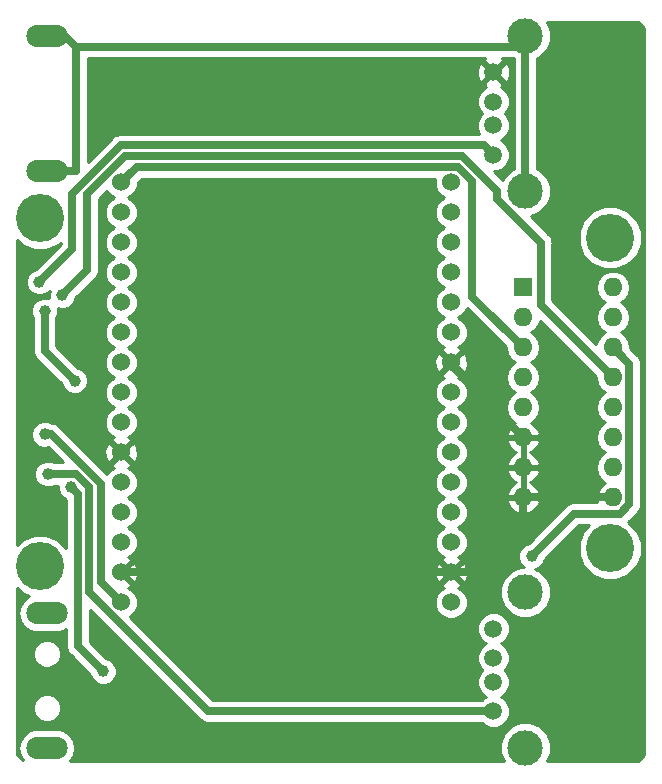
<source format=gbr>
G04 #@! TF.GenerationSoftware,KiCad,Pcbnew,(5.0.1)-4*
G04 #@! TF.CreationDate,2018-12-13T19:21:25-06:00*
G04 #@! TF.ProjectId,ExpansionUSB,457870616E73696F6E5553422E6B6963,rev?*
G04 #@! TF.SameCoordinates,Original*
G04 #@! TF.FileFunction,Copper,L2,Bot,Signal*
G04 #@! TF.FilePolarity,Positive*
%FSLAX46Y46*%
G04 Gerber Fmt 4.6, Leading zero omitted, Abs format (unit mm)*
G04 Created by KiCad (PCBNEW (5.0.1)-4) date 13/12/2018 19:21:25*
%MOMM*%
%LPD*%
G01*
G04 APERTURE LIST*
G04 #@! TA.AperFunction,ComponentPad*
%ADD10O,3.500000X1.900000*%
G04 #@! TD*
G04 #@! TA.AperFunction,ComponentPad*
%ADD11C,1.501140*%
G04 #@! TD*
G04 #@! TA.AperFunction,ComponentPad*
%ADD12C,2.999740*%
G04 #@! TD*
G04 #@! TA.AperFunction,ComponentPad*
%ADD13C,1.524000*%
G04 #@! TD*
G04 #@! TA.AperFunction,ComponentPad*
%ADD14O,1.600000X1.600000*%
G04 #@! TD*
G04 #@! TA.AperFunction,ComponentPad*
%ADD15R,1.600000X1.600000*%
G04 #@! TD*
G04 #@! TA.AperFunction,ComponentPad*
%ADD16C,4.064000*%
G04 #@! TD*
G04 #@! TA.AperFunction,ViaPad*
%ADD17C,1.000000*%
G04 #@! TD*
G04 #@! TA.AperFunction,Conductor*
%ADD18C,0.700000*%
G04 #@! TD*
G04 #@! TA.AperFunction,Conductor*
%ADD19C,0.254000*%
G04 #@! TD*
G04 APERTURE END LIST*
D10*
G04 #@! TO.P,J1,5*
G04 #@! TO.N,Net-(J1-Pad5)*
X117014000Y-79634300D03*
X117014000Y-68234300D03*
G04 #@! TD*
D11*
G04 #@! TO.P,J2,4*
G04 #@! TO.N,GND*
X154817680Y-71277480D03*
G04 #@! TO.P,J2,3*
G04 #@! TO.N,N/C*
X154817680Y-73776840D03*
G04 #@! TO.P,J2,2*
X154817680Y-75778360D03*
G04 #@! TO.P,J2,1*
G04 #@! TO.N,Net-(J2-Pad1)*
X154817680Y-78277720D03*
D12*
G04 #@! TO.P,J2,5*
G04 #@! TO.N,Net-(J1-Pad5)*
X157527860Y-68206620D03*
X157527860Y-81348580D03*
G04 #@! TD*
G04 #@! TO.P,J4,5*
G04 #@! TO.N,Net-(J3-Pad5)*
X157527860Y-128465980D03*
X157527860Y-115324020D03*
D11*
G04 #@! TO.P,J4,1*
G04 #@! TO.N,Net-(J4-Pad1)*
X154817680Y-125395120D03*
G04 #@! TO.P,J4,2*
G04 #@! TO.N,N/C*
X154817680Y-122895760D03*
G04 #@! TO.P,J4,3*
X154817680Y-120894240D03*
G04 #@! TO.P,J4,4*
G04 #@! TO.N,Net-(J3-Pad4)*
X154817680Y-118394880D03*
G04 #@! TD*
D13*
G04 #@! TO.P,U2,1*
G04 #@! TO.N,Net-(U2-Pad1)*
X123292000Y-80620000D03*
G04 #@! TO.P,U2,2*
G04 #@! TO.N,N/C*
X123292000Y-83160000D03*
G04 #@! TO.P,U2,3*
X123292000Y-85700000D03*
G04 #@! TO.P,U2,4*
X123292000Y-88240000D03*
G04 #@! TO.P,U2,5*
X123292000Y-90780000D03*
G04 #@! TO.P,U2,6*
X123292000Y-93320000D03*
G04 #@! TO.P,U2,7*
X123292000Y-95860000D03*
G04 #@! TO.P,U2,8*
X123292000Y-98400000D03*
G04 #@! TO.P,U2,9*
X123292000Y-100940000D03*
G04 #@! TO.P,U2,10*
G04 #@! TO.N,GND*
X123292000Y-103480000D03*
G04 #@! TO.P,U2,11*
G04 #@! TO.N,N/C*
X123292000Y-106020000D03*
G04 #@! TO.P,U2,12*
X123292000Y-108560000D03*
G04 #@! TO.P,U2,13*
X123292000Y-111100000D03*
G04 #@! TO.P,U2,14*
G04 #@! TO.N,GND*
X123292000Y-113640000D03*
G04 #@! TO.P,U2,15*
G04 #@! TO.N,+5V*
X123292000Y-116180000D03*
G04 #@! TO.P,U2,16*
G04 #@! TO.N,N/C*
X151232000Y-116180000D03*
G04 #@! TO.P,U2,17*
G04 #@! TO.N,GND*
X151232000Y-113640000D03*
G04 #@! TO.P,U2,18*
G04 #@! TO.N,N/C*
X151232000Y-111100000D03*
G04 #@! TO.P,U2,19*
X151232000Y-108560000D03*
G04 #@! TO.P,U2,20*
X151232000Y-106020000D03*
G04 #@! TO.P,U2,21*
X151232000Y-103480000D03*
G04 #@! TO.P,U2,22*
X151232000Y-100940000D03*
G04 #@! TO.P,U2,23*
X151232000Y-98400000D03*
G04 #@! TO.P,U2,24*
G04 #@! TO.N,GND*
X151232000Y-95860000D03*
G04 #@! TO.P,U2,25*
G04 #@! TO.N,N/C*
X151232000Y-93320000D03*
G04 #@! TO.P,U2,26*
X151232000Y-90780000D03*
G04 #@! TO.P,U2,27*
X151232000Y-88240000D03*
G04 #@! TO.P,U2,28*
X151232000Y-85700000D03*
G04 #@! TO.P,U2,29*
G04 #@! TO.N,Net-(U2-Pad29)*
X151232000Y-83160000D03*
G04 #@! TO.P,U2,30*
G04 #@! TO.N,Net-(U2-Pad30)*
X151232000Y-80620000D03*
G04 #@! TD*
D14*
G04 #@! TO.P,U3,16*
G04 #@! TO.N,+5V*
X164948000Y-89509600D03*
G04 #@! TO.P,U3,8*
G04 #@! TO.N,GND*
X157328000Y-107289600D03*
G04 #@! TO.P,U3,15*
G04 #@! TO.N,N/C*
X164948000Y-92049600D03*
G04 #@! TO.P,U3,7*
G04 #@! TO.N,GND*
X157328000Y-104749600D03*
G04 #@! TO.P,U3,14*
G04 #@! TO.N,Net-(U3-Pad14)*
X164948000Y-94589600D03*
G04 #@! TO.P,U3,6*
G04 #@! TO.N,GND*
X157328000Y-102209600D03*
G04 #@! TO.P,U3,13*
G04 #@! TO.N,Net-(U1-Pad7)*
X164948000Y-97129600D03*
G04 #@! TO.P,U3,5*
G04 #@! TO.N,N/C*
X157328000Y-99669600D03*
G04 #@! TO.P,U3,12*
X164948000Y-99669600D03*
G04 #@! TO.P,U3,4*
X157328000Y-97129600D03*
G04 #@! TO.P,U3,11*
G04 #@! TO.N,Net-(U2-Pad30)*
X164948000Y-102209600D03*
G04 #@! TO.P,U3,3*
G04 #@! TO.N,Net-(U2-Pad1)*
X157328000Y-94589600D03*
G04 #@! TO.P,U3,10*
G04 #@! TO.N,Net-(U2-Pad29)*
X164948000Y-104749600D03*
G04 #@! TO.P,U3,2*
G04 #@! TO.N,N/C*
X157328000Y-92049600D03*
G04 #@! TO.P,U3,9*
G04 #@! TO.N,GND*
X164948000Y-107289600D03*
D15*
G04 #@! TO.P,U3,1*
G04 #@! TO.N,N/C*
X157328000Y-89509600D03*
G04 #@! TD*
D10*
G04 #@! TO.P,J3,5*
G04 #@! TO.N,Net-(J3-Pad5)*
X116994000Y-128509000D03*
X116994000Y-117109000D03*
G04 #@! TD*
D16*
G04 #@! TO.P,J5,1*
G04 #@! TO.N,N/C*
X116434000Y-83667600D03*
G04 #@! TD*
G04 #@! TO.P,J6,1*
G04 #@! TO.N,N/C*
X116434000Y-113132000D03*
G04 #@! TD*
G04 #@! TO.P,J7,1*
G04 #@! TO.N,N/C*
X164694000Y-85293200D03*
G04 #@! TD*
G04 #@! TO.P,J8,1*
G04 #@! TO.N,N/C*
X164694000Y-111608000D03*
G04 #@! TD*
D17*
G04 #@! TO.N,+5V*
X116815000Y-101929700D03*
G04 #@! TO.N,Net-(C2-Pad2)*
X119377500Y-97408100D03*
X116815000Y-91495900D03*
G04 #@! TO.N,Net-(U1-Pad7)*
X118303400Y-90160400D03*
G04 #@! TO.N,Net-(J2-Pad1)*
X116356900Y-89047000D03*
G04 #@! TO.N,Net-(J4-Pad1)*
X117069000Y-105303400D03*
G04 #@! TO.N,Net-(U3-Pad14)*
X158068600Y-112256300D03*
G04 #@! TO.N,Net-(J3-Pad1)*
X119067500Y-106402200D03*
X121772000Y-122010600D03*
G04 #@! TD*
D18*
G04 #@! TO.N,+5V*
X123292000Y-116180000D02*
X121562400Y-114450400D01*
X121562400Y-114450400D02*
X121562400Y-106132500D01*
X121562400Y-106132500D02*
X117359600Y-101929700D01*
X117359600Y-101929700D02*
X116815000Y-101929700D01*
G04 #@! TO.N,GND*
X157328000Y-102209600D02*
X151232000Y-96113600D01*
X151232000Y-96113600D02*
X151232000Y-95860000D01*
X151232000Y-113640000D02*
X123292000Y-113640000D01*
X157328000Y-108789600D02*
X152477600Y-113640000D01*
X152477600Y-113640000D02*
X151232000Y-113640000D01*
X157328000Y-107289600D02*
X157328000Y-108789600D01*
X164948000Y-107289600D02*
X157328000Y-107289600D01*
G04 #@! TO.N,Net-(C2-Pad2)*
X119377500Y-97408100D02*
X116815000Y-94845600D01*
X116815000Y-94845600D02*
X116815000Y-91495900D01*
G04 #@! TO.N,Net-(J1-Pad5)*
X157527900Y-69134200D02*
X157527900Y-68206600D01*
X157527900Y-81348600D02*
X157527900Y-69134200D01*
X157527900Y-69134200D02*
X119464000Y-69134200D01*
X119464000Y-69134200D02*
X119464000Y-79634300D01*
X118564100Y-68234300D02*
X119464000Y-69134200D01*
X117014000Y-79634300D02*
X119464000Y-79634300D01*
X117014000Y-68234300D02*
X118564100Y-68234300D01*
G04 #@! TO.N,Net-(U1-Pad7)*
X164948000Y-97129600D02*
X158830200Y-91011800D01*
X158830200Y-91011800D02*
X158830200Y-85707200D01*
X158830200Y-85707200D02*
X155112400Y-81989400D01*
X155112400Y-81989400D02*
X155112400Y-81332800D01*
X155112400Y-81332800D02*
X152166400Y-78386800D01*
X152166400Y-78386800D02*
X123644400Y-78386800D01*
X123644400Y-78386800D02*
X120440900Y-81590300D01*
X120440900Y-81590300D02*
X120440900Y-88022900D01*
X120440900Y-88022900D02*
X118303400Y-90160400D01*
G04 #@! TO.N,Net-(J2-Pad1)*
X154817700Y-78277700D02*
X154026400Y-77486400D01*
X154026400Y-77486400D02*
X123271500Y-77486400D01*
X123271500Y-77486400D02*
X119153900Y-81604000D01*
X119153900Y-81604000D02*
X119153900Y-86250000D01*
X119153900Y-86250000D02*
X116356900Y-89047000D01*
G04 #@! TO.N,Net-(J4-Pad1)*
X154817700Y-125395100D02*
X130646000Y-125395100D01*
X130646000Y-125395100D02*
X120556200Y-115305300D01*
X120556200Y-115305300D02*
X120556200Y-106405400D01*
X120556200Y-106405400D02*
X119454200Y-105303400D01*
X119454200Y-105303400D02*
X117069000Y-105303400D01*
G04 #@! TO.N,Net-(U2-Pad1)*
X157328000Y-94589600D02*
X153022200Y-90283800D01*
X153022200Y-90283800D02*
X153022200Y-80535000D01*
X153022200Y-80535000D02*
X151784600Y-79297400D01*
X151784600Y-79297400D02*
X124614600Y-79297400D01*
X124614600Y-79297400D02*
X123292000Y-80620000D01*
G04 #@! TO.N,Net-(U3-Pad14)*
X164948000Y-94589600D02*
X166312500Y-95954100D01*
X166312500Y-95954100D02*
X166312500Y-107881100D01*
X166312500Y-107881100D02*
X165526300Y-108667300D01*
X165526300Y-108667300D02*
X161657600Y-108667300D01*
X161657600Y-108667300D02*
X158068600Y-112256300D01*
G04 #@! TO.N,Net-(J3-Pad1)*
X121772000Y-122010600D02*
X119654500Y-119893100D01*
X119654500Y-119893100D02*
X119654500Y-106989200D01*
X119654500Y-106989200D02*
X119067500Y-106402200D01*
G04 #@! TD*
D19*
G04 #@! TO.N,GND*
G36*
X167603043Y-67541888D02*
X167590457Y-129059140D01*
X167075007Y-129617545D01*
X159360090Y-129621272D01*
X159662730Y-128890632D01*
X159662730Y-128041328D01*
X159337716Y-127256673D01*
X158737167Y-126656124D01*
X157952512Y-126331110D01*
X157103208Y-126331110D01*
X156318553Y-126656124D01*
X155718004Y-127256673D01*
X155392990Y-128041328D01*
X155392990Y-128890632D01*
X155696363Y-129623042D01*
X118944021Y-129640796D01*
X119287036Y-129127436D01*
X119410051Y-128509000D01*
X119287036Y-127890564D01*
X118936721Y-127366279D01*
X118412436Y-127015964D01*
X117950103Y-126924000D01*
X116037897Y-126924000D01*
X115575564Y-127015964D01*
X115051279Y-127366279D01*
X114700964Y-127890564D01*
X114577949Y-128509000D01*
X114700964Y-129127436D01*
X114965001Y-129522597D01*
X114502000Y-129065457D01*
X114502000Y-124873289D01*
X115809000Y-124873289D01*
X115809000Y-125344711D01*
X115989405Y-125780249D01*
X116322751Y-126113595D01*
X116758289Y-126294000D01*
X117229711Y-126294000D01*
X117665249Y-126113595D01*
X117998595Y-125780249D01*
X118179000Y-125344711D01*
X118179000Y-124873289D01*
X117998595Y-124437751D01*
X117665249Y-124104405D01*
X117229711Y-123924000D01*
X116758289Y-123924000D01*
X116322751Y-124104405D01*
X115989405Y-124437751D01*
X115809000Y-124873289D01*
X114502000Y-124873289D01*
X114502000Y-120273289D01*
X115809000Y-120273289D01*
X115809000Y-120744711D01*
X115989405Y-121180249D01*
X116322751Y-121513595D01*
X116758289Y-121694000D01*
X117229711Y-121694000D01*
X117665249Y-121513595D01*
X117998595Y-121180249D01*
X118179000Y-120744711D01*
X118179000Y-120273289D01*
X117998595Y-119837751D01*
X117665249Y-119504405D01*
X117229711Y-119324000D01*
X116758289Y-119324000D01*
X116322751Y-119504405D01*
X115989405Y-119837751D01*
X115809000Y-120273289D01*
X114502000Y-120273289D01*
X114502000Y-114971708D01*
X114923266Y-115392974D01*
X115531957Y-115645101D01*
X115051279Y-115966279D01*
X114700964Y-116490564D01*
X114577949Y-117109000D01*
X114700964Y-117727436D01*
X115051279Y-118251721D01*
X115575564Y-118602036D01*
X116037897Y-118694000D01*
X117950103Y-118694000D01*
X118412436Y-118602036D01*
X118669500Y-118430272D01*
X118669500Y-119796092D01*
X118650204Y-119893100D01*
X118669500Y-119990108D01*
X118669500Y-119990111D01*
X118726651Y-120277427D01*
X118944355Y-120603245D01*
X119026598Y-120658198D01*
X120659793Y-122291393D01*
X120809793Y-122653526D01*
X121129074Y-122972807D01*
X121546234Y-123145600D01*
X121997766Y-123145600D01*
X122414926Y-122972807D01*
X122734207Y-122653526D01*
X122907000Y-122236366D01*
X122907000Y-121784834D01*
X122734207Y-121367674D01*
X122414926Y-121048393D01*
X122052793Y-120898393D01*
X120639500Y-119485100D01*
X120639500Y-116781600D01*
X129880904Y-126023005D01*
X129935855Y-126105245D01*
X130018095Y-126160196D01*
X130018097Y-126160198D01*
X130218347Y-126294000D01*
X130261672Y-126322949D01*
X130548988Y-126380100D01*
X130548991Y-126380100D01*
X130645999Y-126399396D01*
X130743007Y-126380100D01*
X153843168Y-126380100D01*
X154032818Y-126569750D01*
X154542073Y-126780690D01*
X155093287Y-126780690D01*
X155602542Y-126569750D01*
X155992310Y-126179982D01*
X156203250Y-125670727D01*
X156203250Y-125119513D01*
X155992310Y-124610258D01*
X155602542Y-124220490D01*
X155421355Y-124145440D01*
X155602542Y-124070390D01*
X155992310Y-123680622D01*
X156203250Y-123171367D01*
X156203250Y-122620153D01*
X155992310Y-122110898D01*
X155776412Y-121895000D01*
X155992310Y-121679102D01*
X156203250Y-121169847D01*
X156203250Y-120618633D01*
X155992310Y-120109378D01*
X155602542Y-119719610D01*
X155421355Y-119644560D01*
X155602542Y-119569510D01*
X155992310Y-119179742D01*
X156203250Y-118670487D01*
X156203250Y-118119273D01*
X155992310Y-117610018D01*
X155602542Y-117220250D01*
X155093287Y-117009310D01*
X154542073Y-117009310D01*
X154032818Y-117220250D01*
X153643050Y-117610018D01*
X153432110Y-118119273D01*
X153432110Y-118670487D01*
X153643050Y-119179742D01*
X154032818Y-119569510D01*
X154214005Y-119644560D01*
X154032818Y-119719610D01*
X153643050Y-120109378D01*
X153432110Y-120618633D01*
X153432110Y-121169847D01*
X153643050Y-121679102D01*
X153858948Y-121895000D01*
X153643050Y-122110898D01*
X153432110Y-122620153D01*
X153432110Y-123171367D01*
X153643050Y-123680622D01*
X154032818Y-124070390D01*
X154214005Y-124145440D01*
X154032818Y-124220490D01*
X153843208Y-124410100D01*
X131054001Y-124410100D01*
X124030221Y-117386321D01*
X124083337Y-117364320D01*
X124476320Y-116971337D01*
X124689000Y-116457881D01*
X124689000Y-115902119D01*
X149835000Y-115902119D01*
X149835000Y-116457881D01*
X150047680Y-116971337D01*
X150440663Y-117364320D01*
X150954119Y-117577000D01*
X151509881Y-117577000D01*
X152023337Y-117364320D01*
X152416320Y-116971337D01*
X152629000Y-116457881D01*
X152629000Y-115902119D01*
X152416320Y-115388663D01*
X152023337Y-114995680D01*
X151832353Y-114916572D01*
X151963143Y-114862397D01*
X152032608Y-114620213D01*
X151232000Y-113819605D01*
X150431392Y-114620213D01*
X150500857Y-114862397D01*
X150641393Y-114912535D01*
X150440663Y-114995680D01*
X150047680Y-115388663D01*
X149835000Y-115902119D01*
X124689000Y-115902119D01*
X124476320Y-115388663D01*
X124083337Y-114995680D01*
X123892353Y-114916572D01*
X124023143Y-114862397D01*
X124092608Y-114620213D01*
X123292000Y-113819605D01*
X123277858Y-113833748D01*
X123098253Y-113654143D01*
X123112395Y-113640000D01*
X123471605Y-113640000D01*
X124272213Y-114440608D01*
X124514397Y-114371143D01*
X124701144Y-113847698D01*
X124680353Y-113432302D01*
X149822856Y-113432302D01*
X149850638Y-113987368D01*
X150009603Y-114371143D01*
X150251787Y-114440608D01*
X151052395Y-113640000D01*
X151411605Y-113640000D01*
X152212213Y-114440608D01*
X152454397Y-114371143D01*
X152641144Y-113847698D01*
X152613362Y-113292632D01*
X152454397Y-112908857D01*
X152212213Y-112839392D01*
X151411605Y-113640000D01*
X151052395Y-113640000D01*
X150251787Y-112839392D01*
X150009603Y-112908857D01*
X149822856Y-113432302D01*
X124680353Y-113432302D01*
X124673362Y-113292632D01*
X124514397Y-112908857D01*
X124272213Y-112839392D01*
X123471605Y-113640000D01*
X123112395Y-113640000D01*
X123098253Y-113625858D01*
X123277858Y-113446253D01*
X123292000Y-113460395D01*
X124092608Y-112659787D01*
X124023143Y-112417603D01*
X123882607Y-112367465D01*
X124083337Y-112284320D01*
X124476320Y-111891337D01*
X124689000Y-111377881D01*
X124689000Y-110822119D01*
X124476320Y-110308663D01*
X124083337Y-109915680D01*
X123876487Y-109830000D01*
X124083337Y-109744320D01*
X124476320Y-109351337D01*
X124689000Y-108837881D01*
X124689000Y-108282119D01*
X124476320Y-107768663D01*
X124083337Y-107375680D01*
X123876487Y-107290000D01*
X124083337Y-107204320D01*
X124476320Y-106811337D01*
X124689000Y-106297881D01*
X124689000Y-105742119D01*
X124476320Y-105228663D01*
X124083337Y-104835680D01*
X123892353Y-104756572D01*
X124023143Y-104702397D01*
X124092608Y-104460213D01*
X123292000Y-103659605D01*
X122491392Y-104460213D01*
X122560857Y-104702397D01*
X122701393Y-104752535D01*
X122500663Y-104835680D01*
X122107680Y-105228663D01*
X122091244Y-105268343D01*
X120095203Y-103272302D01*
X121882856Y-103272302D01*
X121910638Y-103827368D01*
X122069603Y-104211143D01*
X122311787Y-104280608D01*
X123112395Y-103480000D01*
X123471605Y-103480000D01*
X124272213Y-104280608D01*
X124514397Y-104211143D01*
X124701144Y-103687698D01*
X124673362Y-103132632D01*
X124514397Y-102748857D01*
X124272213Y-102679392D01*
X123471605Y-103480000D01*
X123112395Y-103480000D01*
X122311787Y-102679392D01*
X122069603Y-102748857D01*
X121882856Y-103272302D01*
X120095203Y-103272302D01*
X118124698Y-101301798D01*
X118069745Y-101219555D01*
X117743928Y-101001851D01*
X117456612Y-100944700D01*
X117456608Y-100944700D01*
X117359600Y-100925404D01*
X117357380Y-100925846D01*
X117040766Y-100794700D01*
X116589234Y-100794700D01*
X116172074Y-100967493D01*
X115852793Y-101286774D01*
X115680000Y-101703934D01*
X115680000Y-102155466D01*
X115852793Y-102572626D01*
X116172074Y-102891907D01*
X116589234Y-103064700D01*
X117040766Y-103064700D01*
X117083782Y-103046882D01*
X118355300Y-104318400D01*
X117656899Y-104318400D01*
X117294766Y-104168400D01*
X116843234Y-104168400D01*
X116426074Y-104341193D01*
X116106793Y-104660474D01*
X115934000Y-105077634D01*
X115934000Y-105529166D01*
X116106793Y-105946326D01*
X116426074Y-106265607D01*
X116843234Y-106438400D01*
X117294766Y-106438400D01*
X117656899Y-106288400D01*
X117932500Y-106288400D01*
X117932500Y-106627966D01*
X118105293Y-107045126D01*
X118424574Y-107364407D01*
X118669501Y-107465859D01*
X118669501Y-111595793D01*
X117944734Y-110871026D01*
X116964499Y-110465000D01*
X115903501Y-110465000D01*
X114923266Y-110871026D01*
X114502000Y-111292292D01*
X114502000Y-85507308D01*
X114923266Y-85928574D01*
X115903501Y-86334600D01*
X116964499Y-86334600D01*
X117944734Y-85928574D01*
X118168901Y-85704407D01*
X118168901Y-85841999D01*
X116076107Y-87934793D01*
X115713974Y-88084793D01*
X115394693Y-88404074D01*
X115221900Y-88821234D01*
X115221900Y-89272766D01*
X115394693Y-89689926D01*
X115713974Y-90009207D01*
X116131134Y-90182000D01*
X116582666Y-90182000D01*
X116999826Y-90009207D01*
X117234869Y-89774164D01*
X117168400Y-89934634D01*
X117168400Y-90386166D01*
X117182201Y-90419484D01*
X117040766Y-90360900D01*
X116589234Y-90360900D01*
X116172074Y-90533693D01*
X115852793Y-90852974D01*
X115680000Y-91270134D01*
X115680000Y-91721666D01*
X115830001Y-92083801D01*
X115830000Y-94748592D01*
X115810704Y-94845600D01*
X115830000Y-94942608D01*
X115830000Y-94942611D01*
X115887151Y-95229927D01*
X116104855Y-95555745D01*
X116187098Y-95610698D01*
X118265293Y-97688893D01*
X118415293Y-98051026D01*
X118734574Y-98370307D01*
X119151734Y-98543100D01*
X119603266Y-98543100D01*
X120020426Y-98370307D01*
X120339707Y-98051026D01*
X120512500Y-97633866D01*
X120512500Y-97182334D01*
X120339707Y-96765174D01*
X120020426Y-96445893D01*
X119658293Y-96295893D01*
X117800000Y-94437600D01*
X117800000Y-92083799D01*
X117950000Y-91721666D01*
X117950000Y-91270134D01*
X117936199Y-91236816D01*
X118077634Y-91295400D01*
X118529166Y-91295400D01*
X118946326Y-91122607D01*
X119265607Y-90803326D01*
X119415607Y-90441193D01*
X121068802Y-88787998D01*
X121151045Y-88733045D01*
X121368749Y-88407228D01*
X121425900Y-88119912D01*
X121425900Y-88119908D01*
X121445196Y-88022901D01*
X121425900Y-87925894D01*
X121425900Y-81998300D01*
X122079909Y-81344291D01*
X122107680Y-81411337D01*
X122500663Y-81804320D01*
X122707513Y-81890000D01*
X122500663Y-81975680D01*
X122107680Y-82368663D01*
X121895000Y-82882119D01*
X121895000Y-83437881D01*
X122107680Y-83951337D01*
X122500663Y-84344320D01*
X122707513Y-84430000D01*
X122500663Y-84515680D01*
X122107680Y-84908663D01*
X121895000Y-85422119D01*
X121895000Y-85977881D01*
X122107680Y-86491337D01*
X122500663Y-86884320D01*
X122707513Y-86970000D01*
X122500663Y-87055680D01*
X122107680Y-87448663D01*
X121895000Y-87962119D01*
X121895000Y-88517881D01*
X122107680Y-89031337D01*
X122500663Y-89424320D01*
X122707513Y-89510000D01*
X122500663Y-89595680D01*
X122107680Y-89988663D01*
X121895000Y-90502119D01*
X121895000Y-91057881D01*
X122107680Y-91571337D01*
X122500663Y-91964320D01*
X122707513Y-92050000D01*
X122500663Y-92135680D01*
X122107680Y-92528663D01*
X121895000Y-93042119D01*
X121895000Y-93597881D01*
X122107680Y-94111337D01*
X122500663Y-94504320D01*
X122707513Y-94590000D01*
X122500663Y-94675680D01*
X122107680Y-95068663D01*
X121895000Y-95582119D01*
X121895000Y-96137881D01*
X122107680Y-96651337D01*
X122500663Y-97044320D01*
X122707513Y-97130000D01*
X122500663Y-97215680D01*
X122107680Y-97608663D01*
X121895000Y-98122119D01*
X121895000Y-98677881D01*
X122107680Y-99191337D01*
X122500663Y-99584320D01*
X122707513Y-99670000D01*
X122500663Y-99755680D01*
X122107680Y-100148663D01*
X121895000Y-100662119D01*
X121895000Y-101217881D01*
X122107680Y-101731337D01*
X122500663Y-102124320D01*
X122691647Y-102203428D01*
X122560857Y-102257603D01*
X122491392Y-102499787D01*
X123292000Y-103300395D01*
X124092608Y-102499787D01*
X124023143Y-102257603D01*
X123882607Y-102207465D01*
X124083337Y-102124320D01*
X124476320Y-101731337D01*
X124689000Y-101217881D01*
X124689000Y-100662119D01*
X124476320Y-100148663D01*
X124083337Y-99755680D01*
X123876487Y-99670000D01*
X124083337Y-99584320D01*
X124476320Y-99191337D01*
X124689000Y-98677881D01*
X124689000Y-98122119D01*
X149835000Y-98122119D01*
X149835000Y-98677881D01*
X150047680Y-99191337D01*
X150440663Y-99584320D01*
X150647513Y-99670000D01*
X150440663Y-99755680D01*
X150047680Y-100148663D01*
X149835000Y-100662119D01*
X149835000Y-101217881D01*
X150047680Y-101731337D01*
X150440663Y-102124320D01*
X150647513Y-102210000D01*
X150440663Y-102295680D01*
X150047680Y-102688663D01*
X149835000Y-103202119D01*
X149835000Y-103757881D01*
X150047680Y-104271337D01*
X150440663Y-104664320D01*
X150647513Y-104750000D01*
X150440663Y-104835680D01*
X150047680Y-105228663D01*
X149835000Y-105742119D01*
X149835000Y-106297881D01*
X150047680Y-106811337D01*
X150440663Y-107204320D01*
X150647513Y-107290000D01*
X150440663Y-107375680D01*
X150047680Y-107768663D01*
X149835000Y-108282119D01*
X149835000Y-108837881D01*
X150047680Y-109351337D01*
X150440663Y-109744320D01*
X150647513Y-109830000D01*
X150440663Y-109915680D01*
X150047680Y-110308663D01*
X149835000Y-110822119D01*
X149835000Y-111377881D01*
X150047680Y-111891337D01*
X150440663Y-112284320D01*
X150631647Y-112363428D01*
X150500857Y-112417603D01*
X150431392Y-112659787D01*
X151232000Y-113460395D01*
X152032608Y-112659787D01*
X151963143Y-112417603D01*
X151822607Y-112367465D01*
X152023337Y-112284320D01*
X152416320Y-111891337D01*
X152629000Y-111377881D01*
X152629000Y-110822119D01*
X152416320Y-110308663D01*
X152023337Y-109915680D01*
X151816487Y-109830000D01*
X152023337Y-109744320D01*
X152416320Y-109351337D01*
X152629000Y-108837881D01*
X152629000Y-108282119D01*
X152416320Y-107768663D01*
X152286296Y-107638639D01*
X155936096Y-107638639D01*
X156096959Y-108027023D01*
X156472866Y-108441989D01*
X156978959Y-108681514D01*
X157201000Y-108560229D01*
X157201000Y-107416600D01*
X157455000Y-107416600D01*
X157455000Y-108560229D01*
X157677041Y-108681514D01*
X158183134Y-108441989D01*
X158559041Y-108027023D01*
X158719904Y-107638639D01*
X158597915Y-107416600D01*
X157455000Y-107416600D01*
X157201000Y-107416600D01*
X156058085Y-107416600D01*
X155936096Y-107638639D01*
X152286296Y-107638639D01*
X152023337Y-107375680D01*
X151816487Y-107290000D01*
X152023337Y-107204320D01*
X152416320Y-106811337D01*
X152629000Y-106297881D01*
X152629000Y-105742119D01*
X152416320Y-105228663D01*
X152286296Y-105098639D01*
X155936096Y-105098639D01*
X156096959Y-105487023D01*
X156472866Y-105901989D01*
X156721367Y-106019600D01*
X156472866Y-106137211D01*
X156096959Y-106552177D01*
X155936096Y-106940561D01*
X156058085Y-107162600D01*
X157201000Y-107162600D01*
X157201000Y-104876600D01*
X157455000Y-104876600D01*
X157455000Y-107162600D01*
X158597915Y-107162600D01*
X158719904Y-106940561D01*
X158559041Y-106552177D01*
X158183134Y-106137211D01*
X157934633Y-106019600D01*
X158183134Y-105901989D01*
X158559041Y-105487023D01*
X158719904Y-105098639D01*
X158597915Y-104876600D01*
X157455000Y-104876600D01*
X157201000Y-104876600D01*
X156058085Y-104876600D01*
X155936096Y-105098639D01*
X152286296Y-105098639D01*
X152023337Y-104835680D01*
X151816487Y-104750000D01*
X152023337Y-104664320D01*
X152416320Y-104271337D01*
X152629000Y-103757881D01*
X152629000Y-103202119D01*
X152416320Y-102688663D01*
X152286296Y-102558639D01*
X155936096Y-102558639D01*
X156096959Y-102947023D01*
X156472866Y-103361989D01*
X156721367Y-103479600D01*
X156472866Y-103597211D01*
X156096959Y-104012177D01*
X155936096Y-104400561D01*
X156058085Y-104622600D01*
X157201000Y-104622600D01*
X157201000Y-102336600D01*
X157455000Y-102336600D01*
X157455000Y-104622600D01*
X158597915Y-104622600D01*
X158719904Y-104400561D01*
X158559041Y-104012177D01*
X158183134Y-103597211D01*
X157934633Y-103479600D01*
X158183134Y-103361989D01*
X158559041Y-102947023D01*
X158719904Y-102558639D01*
X158597915Y-102336600D01*
X157455000Y-102336600D01*
X157201000Y-102336600D01*
X156058085Y-102336600D01*
X155936096Y-102558639D01*
X152286296Y-102558639D01*
X152023337Y-102295680D01*
X151816487Y-102210000D01*
X152023337Y-102124320D01*
X152416320Y-101731337D01*
X152629000Y-101217881D01*
X152629000Y-100662119D01*
X152416320Y-100148663D01*
X152023337Y-99755680D01*
X151816487Y-99670000D01*
X152023337Y-99584320D01*
X152416320Y-99191337D01*
X152629000Y-98677881D01*
X152629000Y-98122119D01*
X152416320Y-97608663D01*
X152023337Y-97215680D01*
X151832353Y-97136572D01*
X151963143Y-97082397D01*
X152032608Y-96840213D01*
X151232000Y-96039605D01*
X150431392Y-96840213D01*
X150500857Y-97082397D01*
X150641393Y-97132535D01*
X150440663Y-97215680D01*
X150047680Y-97608663D01*
X149835000Y-98122119D01*
X124689000Y-98122119D01*
X124476320Y-97608663D01*
X124083337Y-97215680D01*
X123876487Y-97130000D01*
X124083337Y-97044320D01*
X124476320Y-96651337D01*
X124689000Y-96137881D01*
X124689000Y-95652302D01*
X149822856Y-95652302D01*
X149850638Y-96207368D01*
X150009603Y-96591143D01*
X150251787Y-96660608D01*
X151052395Y-95860000D01*
X151411605Y-95860000D01*
X152212213Y-96660608D01*
X152454397Y-96591143D01*
X152641144Y-96067698D01*
X152613362Y-95512632D01*
X152454397Y-95128857D01*
X152212213Y-95059392D01*
X151411605Y-95860000D01*
X151052395Y-95860000D01*
X150251787Y-95059392D01*
X150009603Y-95128857D01*
X149822856Y-95652302D01*
X124689000Y-95652302D01*
X124689000Y-95582119D01*
X124476320Y-95068663D01*
X124083337Y-94675680D01*
X123876487Y-94590000D01*
X124083337Y-94504320D01*
X124476320Y-94111337D01*
X124689000Y-93597881D01*
X124689000Y-93042119D01*
X124476320Y-92528663D01*
X124083337Y-92135680D01*
X123876487Y-92050000D01*
X124083337Y-91964320D01*
X124476320Y-91571337D01*
X124689000Y-91057881D01*
X124689000Y-90502119D01*
X124476320Y-89988663D01*
X124083337Y-89595680D01*
X123876487Y-89510000D01*
X124083337Y-89424320D01*
X124476320Y-89031337D01*
X124689000Y-88517881D01*
X124689000Y-87962119D01*
X124476320Y-87448663D01*
X124083337Y-87055680D01*
X123876487Y-86970000D01*
X124083337Y-86884320D01*
X124476320Y-86491337D01*
X124689000Y-85977881D01*
X124689000Y-85422119D01*
X124476320Y-84908663D01*
X124083337Y-84515680D01*
X123876487Y-84430000D01*
X124083337Y-84344320D01*
X124476320Y-83951337D01*
X124689000Y-83437881D01*
X124689000Y-82882119D01*
X124476320Y-82368663D01*
X124083337Y-81975680D01*
X123876487Y-81890000D01*
X124083337Y-81804320D01*
X124476320Y-81411337D01*
X124689000Y-80897881D01*
X124689000Y-80616001D01*
X125022601Y-80282400D01*
X149859736Y-80282400D01*
X149835000Y-80342119D01*
X149835000Y-80897881D01*
X150047680Y-81411337D01*
X150440663Y-81804320D01*
X150647513Y-81890000D01*
X150440663Y-81975680D01*
X150047680Y-82368663D01*
X149835000Y-82882119D01*
X149835000Y-83437881D01*
X150047680Y-83951337D01*
X150440663Y-84344320D01*
X150647513Y-84430000D01*
X150440663Y-84515680D01*
X150047680Y-84908663D01*
X149835000Y-85422119D01*
X149835000Y-85977881D01*
X150047680Y-86491337D01*
X150440663Y-86884320D01*
X150647513Y-86970000D01*
X150440663Y-87055680D01*
X150047680Y-87448663D01*
X149835000Y-87962119D01*
X149835000Y-88517881D01*
X150047680Y-89031337D01*
X150440663Y-89424320D01*
X150647513Y-89510000D01*
X150440663Y-89595680D01*
X150047680Y-89988663D01*
X149835000Y-90502119D01*
X149835000Y-91057881D01*
X150047680Y-91571337D01*
X150440663Y-91964320D01*
X150647513Y-92050000D01*
X150440663Y-92135680D01*
X150047680Y-92528663D01*
X149835000Y-93042119D01*
X149835000Y-93597881D01*
X150047680Y-94111337D01*
X150440663Y-94504320D01*
X150631647Y-94583428D01*
X150500857Y-94637603D01*
X150431392Y-94879787D01*
X151232000Y-95680395D01*
X152032608Y-94879787D01*
X151963143Y-94637603D01*
X151822607Y-94587465D01*
X152023337Y-94504320D01*
X152416320Y-94111337D01*
X152629000Y-93597881D01*
X152629000Y-93042119D01*
X152416320Y-92528663D01*
X152023337Y-92135680D01*
X151816487Y-92050000D01*
X152023337Y-91964320D01*
X152416320Y-91571337D01*
X152562889Y-91217489D01*
X155876519Y-94531120D01*
X155864887Y-94589600D01*
X155976260Y-95149509D01*
X156293423Y-95624177D01*
X156645758Y-95859600D01*
X156293423Y-96095023D01*
X155976260Y-96569691D01*
X155864887Y-97129600D01*
X155976260Y-97689509D01*
X156293423Y-98164177D01*
X156645758Y-98399600D01*
X156293423Y-98635023D01*
X155976260Y-99109691D01*
X155864887Y-99669600D01*
X155976260Y-100229509D01*
X156293423Y-100704177D01*
X156677108Y-100960547D01*
X156472866Y-101057211D01*
X156096959Y-101472177D01*
X155936096Y-101860561D01*
X156058085Y-102082600D01*
X157201000Y-102082600D01*
X157201000Y-102062600D01*
X157455000Y-102062600D01*
X157455000Y-102082600D01*
X158597915Y-102082600D01*
X158719904Y-101860561D01*
X158559041Y-101472177D01*
X158183134Y-101057211D01*
X157978892Y-100960547D01*
X158362577Y-100704177D01*
X158679740Y-100229509D01*
X158791113Y-99669600D01*
X158679740Y-99109691D01*
X158362577Y-98635023D01*
X158010242Y-98399600D01*
X158362577Y-98164177D01*
X158679740Y-97689509D01*
X158791113Y-97129600D01*
X158679740Y-96569691D01*
X158362577Y-96095023D01*
X158010242Y-95859600D01*
X158362577Y-95624177D01*
X158679740Y-95149509D01*
X158791113Y-94589600D01*
X158679740Y-94029691D01*
X158362577Y-93555023D01*
X158010242Y-93319600D01*
X158362577Y-93084177D01*
X158679740Y-92609509D01*
X158738666Y-92313266D01*
X163496519Y-97071120D01*
X163484887Y-97129600D01*
X163596260Y-97689509D01*
X163913423Y-98164177D01*
X164265758Y-98399600D01*
X163913423Y-98635023D01*
X163596260Y-99109691D01*
X163484887Y-99669600D01*
X163596260Y-100229509D01*
X163913423Y-100704177D01*
X164265758Y-100939600D01*
X163913423Y-101175023D01*
X163596260Y-101649691D01*
X163484887Y-102209600D01*
X163596260Y-102769509D01*
X163913423Y-103244177D01*
X164265758Y-103479600D01*
X163913423Y-103715023D01*
X163596260Y-104189691D01*
X163484887Y-104749600D01*
X163596260Y-105309509D01*
X163913423Y-105784177D01*
X164297108Y-106040547D01*
X164092866Y-106137211D01*
X163716959Y-106552177D01*
X163556096Y-106940561D01*
X163678085Y-107162600D01*
X164821000Y-107162600D01*
X164821000Y-107142600D01*
X165075000Y-107142600D01*
X165075000Y-107162600D01*
X165095000Y-107162600D01*
X165095000Y-107416600D01*
X165075000Y-107416600D01*
X165075000Y-107436600D01*
X164821000Y-107436600D01*
X164821000Y-107416600D01*
X163678085Y-107416600D01*
X163556096Y-107638639D01*
X163574180Y-107682300D01*
X161754606Y-107682300D01*
X161657599Y-107663004D01*
X161560592Y-107682300D01*
X161560588Y-107682300D01*
X161273272Y-107739451D01*
X160947455Y-107957155D01*
X160892502Y-108039398D01*
X157787807Y-111144093D01*
X157425674Y-111294093D01*
X157106393Y-111613374D01*
X156933600Y-112030534D01*
X156933600Y-112482066D01*
X157106393Y-112899226D01*
X157396317Y-113189150D01*
X157103208Y-113189150D01*
X156318553Y-113514164D01*
X155718004Y-114114713D01*
X155392990Y-114899368D01*
X155392990Y-115748672D01*
X155718004Y-116533327D01*
X156318553Y-117133876D01*
X157103208Y-117458890D01*
X157952512Y-117458890D01*
X158737167Y-117133876D01*
X159337716Y-116533327D01*
X159662730Y-115748672D01*
X159662730Y-114899368D01*
X159337716Y-114114713D01*
X158737167Y-113514164D01*
X158367456Y-113361025D01*
X158711526Y-113218507D01*
X159030807Y-112899226D01*
X159180807Y-112537093D01*
X162065600Y-109652300D01*
X162877992Y-109652300D01*
X162433026Y-110097266D01*
X162027000Y-111077501D01*
X162027000Y-112138499D01*
X162433026Y-113118734D01*
X163183266Y-113868974D01*
X164163501Y-114275000D01*
X165224499Y-114275000D01*
X166204734Y-113868974D01*
X166954974Y-113118734D01*
X167361000Y-112138499D01*
X167361000Y-111077501D01*
X166954974Y-110097266D01*
X166235671Y-109377963D01*
X166236445Y-109377445D01*
X166291398Y-109295202D01*
X166940404Y-108646196D01*
X167022645Y-108591245D01*
X167077596Y-108509005D01*
X167077598Y-108509003D01*
X167240349Y-108265428D01*
X167285309Y-108039398D01*
X167297500Y-107978112D01*
X167297500Y-107978108D01*
X167316796Y-107881100D01*
X167297500Y-107784092D01*
X167297500Y-96051106D01*
X167316796Y-95954099D01*
X167297500Y-95857092D01*
X167297500Y-95857088D01*
X167240349Y-95569772D01*
X167022645Y-95243955D01*
X166940402Y-95189002D01*
X166399480Y-94648080D01*
X166411113Y-94589600D01*
X166299740Y-94029691D01*
X165982577Y-93555023D01*
X165630242Y-93319600D01*
X165982577Y-93084177D01*
X166299740Y-92609509D01*
X166411113Y-92049600D01*
X166299740Y-91489691D01*
X165982577Y-91015023D01*
X165630242Y-90779600D01*
X165982577Y-90544177D01*
X166299740Y-90069509D01*
X166411113Y-89509600D01*
X166299740Y-88949691D01*
X165982577Y-88475023D01*
X165507909Y-88157860D01*
X165089333Y-88074600D01*
X164806667Y-88074600D01*
X164388091Y-88157860D01*
X163913423Y-88475023D01*
X163596260Y-88949691D01*
X163484887Y-89509600D01*
X163596260Y-90069509D01*
X163913423Y-90544177D01*
X164265758Y-90779600D01*
X163913423Y-91015023D01*
X163596260Y-91489691D01*
X163484887Y-92049600D01*
X163596260Y-92609509D01*
X163913423Y-93084177D01*
X164265758Y-93319600D01*
X163913423Y-93555023D01*
X163596260Y-94029691D01*
X163537334Y-94325933D01*
X159815200Y-90603800D01*
X159815200Y-85804207D01*
X159834496Y-85707199D01*
X159815200Y-85610191D01*
X159815200Y-85610188D01*
X159758049Y-85322872D01*
X159540345Y-84997055D01*
X159458102Y-84942102D01*
X159278701Y-84762701D01*
X162027000Y-84762701D01*
X162027000Y-85823699D01*
X162433026Y-86803934D01*
X163183266Y-87554174D01*
X164163501Y-87960200D01*
X165224499Y-87960200D01*
X166204734Y-87554174D01*
X166954974Y-86803934D01*
X167361000Y-85823699D01*
X167361000Y-84762701D01*
X166954974Y-83782466D01*
X166204734Y-83032226D01*
X165224499Y-82626200D01*
X164163501Y-82626200D01*
X163183266Y-83032226D01*
X162433026Y-83782466D01*
X162027000Y-84762701D01*
X159278701Y-84762701D01*
X157985702Y-83469702D01*
X158737167Y-83158436D01*
X159337716Y-82557887D01*
X159662730Y-81773232D01*
X159662730Y-80923928D01*
X159337716Y-80139273D01*
X158737167Y-79538724D01*
X158512900Y-79445830D01*
X158512900Y-70109370D01*
X158737167Y-70016476D01*
X159337716Y-69415927D01*
X159662730Y-68631272D01*
X159662730Y-67781968D01*
X159351007Y-67029400D01*
X167054965Y-67029400D01*
X167603043Y-67541888D01*
X167603043Y-67541888D01*
G37*
X167603043Y-67541888D02*
X167590457Y-129059140D01*
X167075007Y-129617545D01*
X159360090Y-129621272D01*
X159662730Y-128890632D01*
X159662730Y-128041328D01*
X159337716Y-127256673D01*
X158737167Y-126656124D01*
X157952512Y-126331110D01*
X157103208Y-126331110D01*
X156318553Y-126656124D01*
X155718004Y-127256673D01*
X155392990Y-128041328D01*
X155392990Y-128890632D01*
X155696363Y-129623042D01*
X118944021Y-129640796D01*
X119287036Y-129127436D01*
X119410051Y-128509000D01*
X119287036Y-127890564D01*
X118936721Y-127366279D01*
X118412436Y-127015964D01*
X117950103Y-126924000D01*
X116037897Y-126924000D01*
X115575564Y-127015964D01*
X115051279Y-127366279D01*
X114700964Y-127890564D01*
X114577949Y-128509000D01*
X114700964Y-129127436D01*
X114965001Y-129522597D01*
X114502000Y-129065457D01*
X114502000Y-124873289D01*
X115809000Y-124873289D01*
X115809000Y-125344711D01*
X115989405Y-125780249D01*
X116322751Y-126113595D01*
X116758289Y-126294000D01*
X117229711Y-126294000D01*
X117665249Y-126113595D01*
X117998595Y-125780249D01*
X118179000Y-125344711D01*
X118179000Y-124873289D01*
X117998595Y-124437751D01*
X117665249Y-124104405D01*
X117229711Y-123924000D01*
X116758289Y-123924000D01*
X116322751Y-124104405D01*
X115989405Y-124437751D01*
X115809000Y-124873289D01*
X114502000Y-124873289D01*
X114502000Y-120273289D01*
X115809000Y-120273289D01*
X115809000Y-120744711D01*
X115989405Y-121180249D01*
X116322751Y-121513595D01*
X116758289Y-121694000D01*
X117229711Y-121694000D01*
X117665249Y-121513595D01*
X117998595Y-121180249D01*
X118179000Y-120744711D01*
X118179000Y-120273289D01*
X117998595Y-119837751D01*
X117665249Y-119504405D01*
X117229711Y-119324000D01*
X116758289Y-119324000D01*
X116322751Y-119504405D01*
X115989405Y-119837751D01*
X115809000Y-120273289D01*
X114502000Y-120273289D01*
X114502000Y-114971708D01*
X114923266Y-115392974D01*
X115531957Y-115645101D01*
X115051279Y-115966279D01*
X114700964Y-116490564D01*
X114577949Y-117109000D01*
X114700964Y-117727436D01*
X115051279Y-118251721D01*
X115575564Y-118602036D01*
X116037897Y-118694000D01*
X117950103Y-118694000D01*
X118412436Y-118602036D01*
X118669500Y-118430272D01*
X118669500Y-119796092D01*
X118650204Y-119893100D01*
X118669500Y-119990108D01*
X118669500Y-119990111D01*
X118726651Y-120277427D01*
X118944355Y-120603245D01*
X119026598Y-120658198D01*
X120659793Y-122291393D01*
X120809793Y-122653526D01*
X121129074Y-122972807D01*
X121546234Y-123145600D01*
X121997766Y-123145600D01*
X122414926Y-122972807D01*
X122734207Y-122653526D01*
X122907000Y-122236366D01*
X122907000Y-121784834D01*
X122734207Y-121367674D01*
X122414926Y-121048393D01*
X122052793Y-120898393D01*
X120639500Y-119485100D01*
X120639500Y-116781600D01*
X129880904Y-126023005D01*
X129935855Y-126105245D01*
X130018095Y-126160196D01*
X130018097Y-126160198D01*
X130218347Y-126294000D01*
X130261672Y-126322949D01*
X130548988Y-126380100D01*
X130548991Y-126380100D01*
X130645999Y-126399396D01*
X130743007Y-126380100D01*
X153843168Y-126380100D01*
X154032818Y-126569750D01*
X154542073Y-126780690D01*
X155093287Y-126780690D01*
X155602542Y-126569750D01*
X155992310Y-126179982D01*
X156203250Y-125670727D01*
X156203250Y-125119513D01*
X155992310Y-124610258D01*
X155602542Y-124220490D01*
X155421355Y-124145440D01*
X155602542Y-124070390D01*
X155992310Y-123680622D01*
X156203250Y-123171367D01*
X156203250Y-122620153D01*
X155992310Y-122110898D01*
X155776412Y-121895000D01*
X155992310Y-121679102D01*
X156203250Y-121169847D01*
X156203250Y-120618633D01*
X155992310Y-120109378D01*
X155602542Y-119719610D01*
X155421355Y-119644560D01*
X155602542Y-119569510D01*
X155992310Y-119179742D01*
X156203250Y-118670487D01*
X156203250Y-118119273D01*
X155992310Y-117610018D01*
X155602542Y-117220250D01*
X155093287Y-117009310D01*
X154542073Y-117009310D01*
X154032818Y-117220250D01*
X153643050Y-117610018D01*
X153432110Y-118119273D01*
X153432110Y-118670487D01*
X153643050Y-119179742D01*
X154032818Y-119569510D01*
X154214005Y-119644560D01*
X154032818Y-119719610D01*
X153643050Y-120109378D01*
X153432110Y-120618633D01*
X153432110Y-121169847D01*
X153643050Y-121679102D01*
X153858948Y-121895000D01*
X153643050Y-122110898D01*
X153432110Y-122620153D01*
X153432110Y-123171367D01*
X153643050Y-123680622D01*
X154032818Y-124070390D01*
X154214005Y-124145440D01*
X154032818Y-124220490D01*
X153843208Y-124410100D01*
X131054001Y-124410100D01*
X124030221Y-117386321D01*
X124083337Y-117364320D01*
X124476320Y-116971337D01*
X124689000Y-116457881D01*
X124689000Y-115902119D01*
X149835000Y-115902119D01*
X149835000Y-116457881D01*
X150047680Y-116971337D01*
X150440663Y-117364320D01*
X150954119Y-117577000D01*
X151509881Y-117577000D01*
X152023337Y-117364320D01*
X152416320Y-116971337D01*
X152629000Y-116457881D01*
X152629000Y-115902119D01*
X152416320Y-115388663D01*
X152023337Y-114995680D01*
X151832353Y-114916572D01*
X151963143Y-114862397D01*
X152032608Y-114620213D01*
X151232000Y-113819605D01*
X150431392Y-114620213D01*
X150500857Y-114862397D01*
X150641393Y-114912535D01*
X150440663Y-114995680D01*
X150047680Y-115388663D01*
X149835000Y-115902119D01*
X124689000Y-115902119D01*
X124476320Y-115388663D01*
X124083337Y-114995680D01*
X123892353Y-114916572D01*
X124023143Y-114862397D01*
X124092608Y-114620213D01*
X123292000Y-113819605D01*
X123277858Y-113833748D01*
X123098253Y-113654143D01*
X123112395Y-113640000D01*
X123471605Y-113640000D01*
X124272213Y-114440608D01*
X124514397Y-114371143D01*
X124701144Y-113847698D01*
X124680353Y-113432302D01*
X149822856Y-113432302D01*
X149850638Y-113987368D01*
X150009603Y-114371143D01*
X150251787Y-114440608D01*
X151052395Y-113640000D01*
X151411605Y-113640000D01*
X152212213Y-114440608D01*
X152454397Y-114371143D01*
X152641144Y-113847698D01*
X152613362Y-113292632D01*
X152454397Y-112908857D01*
X152212213Y-112839392D01*
X151411605Y-113640000D01*
X151052395Y-113640000D01*
X150251787Y-112839392D01*
X150009603Y-112908857D01*
X149822856Y-113432302D01*
X124680353Y-113432302D01*
X124673362Y-113292632D01*
X124514397Y-112908857D01*
X124272213Y-112839392D01*
X123471605Y-113640000D01*
X123112395Y-113640000D01*
X123098253Y-113625858D01*
X123277858Y-113446253D01*
X123292000Y-113460395D01*
X124092608Y-112659787D01*
X124023143Y-112417603D01*
X123882607Y-112367465D01*
X124083337Y-112284320D01*
X124476320Y-111891337D01*
X124689000Y-111377881D01*
X124689000Y-110822119D01*
X124476320Y-110308663D01*
X124083337Y-109915680D01*
X123876487Y-109830000D01*
X124083337Y-109744320D01*
X124476320Y-109351337D01*
X124689000Y-108837881D01*
X124689000Y-108282119D01*
X124476320Y-107768663D01*
X124083337Y-107375680D01*
X123876487Y-107290000D01*
X124083337Y-107204320D01*
X124476320Y-106811337D01*
X124689000Y-106297881D01*
X124689000Y-105742119D01*
X124476320Y-105228663D01*
X124083337Y-104835680D01*
X123892353Y-104756572D01*
X124023143Y-104702397D01*
X124092608Y-104460213D01*
X123292000Y-103659605D01*
X122491392Y-104460213D01*
X122560857Y-104702397D01*
X122701393Y-104752535D01*
X122500663Y-104835680D01*
X122107680Y-105228663D01*
X122091244Y-105268343D01*
X120095203Y-103272302D01*
X121882856Y-103272302D01*
X121910638Y-103827368D01*
X122069603Y-104211143D01*
X122311787Y-104280608D01*
X123112395Y-103480000D01*
X123471605Y-103480000D01*
X124272213Y-104280608D01*
X124514397Y-104211143D01*
X124701144Y-103687698D01*
X124673362Y-103132632D01*
X124514397Y-102748857D01*
X124272213Y-102679392D01*
X123471605Y-103480000D01*
X123112395Y-103480000D01*
X122311787Y-102679392D01*
X122069603Y-102748857D01*
X121882856Y-103272302D01*
X120095203Y-103272302D01*
X118124698Y-101301798D01*
X118069745Y-101219555D01*
X117743928Y-101001851D01*
X117456612Y-100944700D01*
X117456608Y-100944700D01*
X117359600Y-100925404D01*
X117357380Y-100925846D01*
X117040766Y-100794700D01*
X116589234Y-100794700D01*
X116172074Y-100967493D01*
X115852793Y-101286774D01*
X115680000Y-101703934D01*
X115680000Y-102155466D01*
X115852793Y-102572626D01*
X116172074Y-102891907D01*
X116589234Y-103064700D01*
X117040766Y-103064700D01*
X117083782Y-103046882D01*
X118355300Y-104318400D01*
X117656899Y-104318400D01*
X117294766Y-104168400D01*
X116843234Y-104168400D01*
X116426074Y-104341193D01*
X116106793Y-104660474D01*
X115934000Y-105077634D01*
X115934000Y-105529166D01*
X116106793Y-105946326D01*
X116426074Y-106265607D01*
X116843234Y-106438400D01*
X117294766Y-106438400D01*
X117656899Y-106288400D01*
X117932500Y-106288400D01*
X117932500Y-106627966D01*
X118105293Y-107045126D01*
X118424574Y-107364407D01*
X118669501Y-107465859D01*
X118669501Y-111595793D01*
X117944734Y-110871026D01*
X116964499Y-110465000D01*
X115903501Y-110465000D01*
X114923266Y-110871026D01*
X114502000Y-111292292D01*
X114502000Y-85507308D01*
X114923266Y-85928574D01*
X115903501Y-86334600D01*
X116964499Y-86334600D01*
X117944734Y-85928574D01*
X118168901Y-85704407D01*
X118168901Y-85841999D01*
X116076107Y-87934793D01*
X115713974Y-88084793D01*
X115394693Y-88404074D01*
X115221900Y-88821234D01*
X115221900Y-89272766D01*
X115394693Y-89689926D01*
X115713974Y-90009207D01*
X116131134Y-90182000D01*
X116582666Y-90182000D01*
X116999826Y-90009207D01*
X117234869Y-89774164D01*
X117168400Y-89934634D01*
X117168400Y-90386166D01*
X117182201Y-90419484D01*
X117040766Y-90360900D01*
X116589234Y-90360900D01*
X116172074Y-90533693D01*
X115852793Y-90852974D01*
X115680000Y-91270134D01*
X115680000Y-91721666D01*
X115830001Y-92083801D01*
X115830000Y-94748592D01*
X115810704Y-94845600D01*
X115830000Y-94942608D01*
X115830000Y-94942611D01*
X115887151Y-95229927D01*
X116104855Y-95555745D01*
X116187098Y-95610698D01*
X118265293Y-97688893D01*
X118415293Y-98051026D01*
X118734574Y-98370307D01*
X119151734Y-98543100D01*
X119603266Y-98543100D01*
X120020426Y-98370307D01*
X120339707Y-98051026D01*
X120512500Y-97633866D01*
X120512500Y-97182334D01*
X120339707Y-96765174D01*
X120020426Y-96445893D01*
X119658293Y-96295893D01*
X117800000Y-94437600D01*
X117800000Y-92083799D01*
X117950000Y-91721666D01*
X117950000Y-91270134D01*
X117936199Y-91236816D01*
X118077634Y-91295400D01*
X118529166Y-91295400D01*
X118946326Y-91122607D01*
X119265607Y-90803326D01*
X119415607Y-90441193D01*
X121068802Y-88787998D01*
X121151045Y-88733045D01*
X121368749Y-88407228D01*
X121425900Y-88119912D01*
X121425900Y-88119908D01*
X121445196Y-88022901D01*
X121425900Y-87925894D01*
X121425900Y-81998300D01*
X122079909Y-81344291D01*
X122107680Y-81411337D01*
X122500663Y-81804320D01*
X122707513Y-81890000D01*
X122500663Y-81975680D01*
X122107680Y-82368663D01*
X121895000Y-82882119D01*
X121895000Y-83437881D01*
X122107680Y-83951337D01*
X122500663Y-84344320D01*
X122707513Y-84430000D01*
X122500663Y-84515680D01*
X122107680Y-84908663D01*
X121895000Y-85422119D01*
X121895000Y-85977881D01*
X122107680Y-86491337D01*
X122500663Y-86884320D01*
X122707513Y-86970000D01*
X122500663Y-87055680D01*
X122107680Y-87448663D01*
X121895000Y-87962119D01*
X121895000Y-88517881D01*
X122107680Y-89031337D01*
X122500663Y-89424320D01*
X122707513Y-89510000D01*
X122500663Y-89595680D01*
X122107680Y-89988663D01*
X121895000Y-90502119D01*
X121895000Y-91057881D01*
X122107680Y-91571337D01*
X122500663Y-91964320D01*
X122707513Y-92050000D01*
X122500663Y-92135680D01*
X122107680Y-92528663D01*
X121895000Y-93042119D01*
X121895000Y-93597881D01*
X122107680Y-94111337D01*
X122500663Y-94504320D01*
X122707513Y-94590000D01*
X122500663Y-94675680D01*
X122107680Y-95068663D01*
X121895000Y-95582119D01*
X121895000Y-96137881D01*
X122107680Y-96651337D01*
X122500663Y-97044320D01*
X122707513Y-97130000D01*
X122500663Y-97215680D01*
X122107680Y-97608663D01*
X121895000Y-98122119D01*
X121895000Y-98677881D01*
X122107680Y-99191337D01*
X122500663Y-99584320D01*
X122707513Y-99670000D01*
X122500663Y-99755680D01*
X122107680Y-100148663D01*
X121895000Y-100662119D01*
X121895000Y-101217881D01*
X122107680Y-101731337D01*
X122500663Y-102124320D01*
X122691647Y-102203428D01*
X122560857Y-102257603D01*
X122491392Y-102499787D01*
X123292000Y-103300395D01*
X124092608Y-102499787D01*
X124023143Y-102257603D01*
X123882607Y-102207465D01*
X124083337Y-102124320D01*
X124476320Y-101731337D01*
X124689000Y-101217881D01*
X124689000Y-100662119D01*
X124476320Y-100148663D01*
X124083337Y-99755680D01*
X123876487Y-99670000D01*
X124083337Y-99584320D01*
X124476320Y-99191337D01*
X124689000Y-98677881D01*
X124689000Y-98122119D01*
X149835000Y-98122119D01*
X149835000Y-98677881D01*
X150047680Y-99191337D01*
X150440663Y-99584320D01*
X150647513Y-99670000D01*
X150440663Y-99755680D01*
X150047680Y-100148663D01*
X149835000Y-100662119D01*
X149835000Y-101217881D01*
X150047680Y-101731337D01*
X150440663Y-102124320D01*
X150647513Y-102210000D01*
X150440663Y-102295680D01*
X150047680Y-102688663D01*
X149835000Y-103202119D01*
X149835000Y-103757881D01*
X150047680Y-104271337D01*
X150440663Y-104664320D01*
X150647513Y-104750000D01*
X150440663Y-104835680D01*
X150047680Y-105228663D01*
X149835000Y-105742119D01*
X149835000Y-106297881D01*
X150047680Y-106811337D01*
X150440663Y-107204320D01*
X150647513Y-107290000D01*
X150440663Y-107375680D01*
X150047680Y-107768663D01*
X149835000Y-108282119D01*
X149835000Y-108837881D01*
X150047680Y-109351337D01*
X150440663Y-109744320D01*
X150647513Y-109830000D01*
X150440663Y-109915680D01*
X150047680Y-110308663D01*
X149835000Y-110822119D01*
X149835000Y-111377881D01*
X150047680Y-111891337D01*
X150440663Y-112284320D01*
X150631647Y-112363428D01*
X150500857Y-112417603D01*
X150431392Y-112659787D01*
X151232000Y-113460395D01*
X152032608Y-112659787D01*
X151963143Y-112417603D01*
X151822607Y-112367465D01*
X152023337Y-112284320D01*
X152416320Y-111891337D01*
X152629000Y-111377881D01*
X152629000Y-110822119D01*
X152416320Y-110308663D01*
X152023337Y-109915680D01*
X151816487Y-109830000D01*
X152023337Y-109744320D01*
X152416320Y-109351337D01*
X152629000Y-108837881D01*
X152629000Y-108282119D01*
X152416320Y-107768663D01*
X152286296Y-107638639D01*
X155936096Y-107638639D01*
X156096959Y-108027023D01*
X156472866Y-108441989D01*
X156978959Y-108681514D01*
X157201000Y-108560229D01*
X157201000Y-107416600D01*
X157455000Y-107416600D01*
X157455000Y-108560229D01*
X157677041Y-108681514D01*
X158183134Y-108441989D01*
X158559041Y-108027023D01*
X158719904Y-107638639D01*
X158597915Y-107416600D01*
X157455000Y-107416600D01*
X157201000Y-107416600D01*
X156058085Y-107416600D01*
X155936096Y-107638639D01*
X152286296Y-107638639D01*
X152023337Y-107375680D01*
X151816487Y-107290000D01*
X152023337Y-107204320D01*
X152416320Y-106811337D01*
X152629000Y-106297881D01*
X152629000Y-105742119D01*
X152416320Y-105228663D01*
X152286296Y-105098639D01*
X155936096Y-105098639D01*
X156096959Y-105487023D01*
X156472866Y-105901989D01*
X156721367Y-106019600D01*
X156472866Y-106137211D01*
X156096959Y-106552177D01*
X155936096Y-106940561D01*
X156058085Y-107162600D01*
X157201000Y-107162600D01*
X157201000Y-104876600D01*
X157455000Y-104876600D01*
X157455000Y-107162600D01*
X158597915Y-107162600D01*
X158719904Y-106940561D01*
X158559041Y-106552177D01*
X158183134Y-106137211D01*
X157934633Y-106019600D01*
X158183134Y-105901989D01*
X158559041Y-105487023D01*
X158719904Y-105098639D01*
X158597915Y-104876600D01*
X157455000Y-104876600D01*
X157201000Y-104876600D01*
X156058085Y-104876600D01*
X155936096Y-105098639D01*
X152286296Y-105098639D01*
X152023337Y-104835680D01*
X151816487Y-104750000D01*
X152023337Y-104664320D01*
X152416320Y-104271337D01*
X152629000Y-103757881D01*
X152629000Y-103202119D01*
X152416320Y-102688663D01*
X152286296Y-102558639D01*
X155936096Y-102558639D01*
X156096959Y-102947023D01*
X156472866Y-103361989D01*
X156721367Y-103479600D01*
X156472866Y-103597211D01*
X156096959Y-104012177D01*
X155936096Y-104400561D01*
X156058085Y-104622600D01*
X157201000Y-104622600D01*
X157201000Y-102336600D01*
X157455000Y-102336600D01*
X157455000Y-104622600D01*
X158597915Y-104622600D01*
X158719904Y-104400561D01*
X158559041Y-104012177D01*
X158183134Y-103597211D01*
X157934633Y-103479600D01*
X158183134Y-103361989D01*
X158559041Y-102947023D01*
X158719904Y-102558639D01*
X158597915Y-102336600D01*
X157455000Y-102336600D01*
X157201000Y-102336600D01*
X156058085Y-102336600D01*
X155936096Y-102558639D01*
X152286296Y-102558639D01*
X152023337Y-102295680D01*
X151816487Y-102210000D01*
X152023337Y-102124320D01*
X152416320Y-101731337D01*
X152629000Y-101217881D01*
X152629000Y-100662119D01*
X152416320Y-100148663D01*
X152023337Y-99755680D01*
X151816487Y-99670000D01*
X152023337Y-99584320D01*
X152416320Y-99191337D01*
X152629000Y-98677881D01*
X152629000Y-98122119D01*
X152416320Y-97608663D01*
X152023337Y-97215680D01*
X151832353Y-97136572D01*
X151963143Y-97082397D01*
X152032608Y-96840213D01*
X151232000Y-96039605D01*
X150431392Y-96840213D01*
X150500857Y-97082397D01*
X150641393Y-97132535D01*
X150440663Y-97215680D01*
X150047680Y-97608663D01*
X149835000Y-98122119D01*
X124689000Y-98122119D01*
X124476320Y-97608663D01*
X124083337Y-97215680D01*
X123876487Y-97130000D01*
X124083337Y-97044320D01*
X124476320Y-96651337D01*
X124689000Y-96137881D01*
X124689000Y-95652302D01*
X149822856Y-95652302D01*
X149850638Y-96207368D01*
X150009603Y-96591143D01*
X150251787Y-96660608D01*
X151052395Y-95860000D01*
X151411605Y-95860000D01*
X152212213Y-96660608D01*
X152454397Y-96591143D01*
X152641144Y-96067698D01*
X152613362Y-95512632D01*
X152454397Y-95128857D01*
X152212213Y-95059392D01*
X151411605Y-95860000D01*
X151052395Y-95860000D01*
X150251787Y-95059392D01*
X150009603Y-95128857D01*
X149822856Y-95652302D01*
X124689000Y-95652302D01*
X124689000Y-95582119D01*
X124476320Y-95068663D01*
X124083337Y-94675680D01*
X123876487Y-94590000D01*
X124083337Y-94504320D01*
X124476320Y-94111337D01*
X124689000Y-93597881D01*
X124689000Y-93042119D01*
X124476320Y-92528663D01*
X124083337Y-92135680D01*
X123876487Y-92050000D01*
X124083337Y-91964320D01*
X124476320Y-91571337D01*
X124689000Y-91057881D01*
X124689000Y-90502119D01*
X124476320Y-89988663D01*
X124083337Y-89595680D01*
X123876487Y-89510000D01*
X124083337Y-89424320D01*
X124476320Y-89031337D01*
X124689000Y-88517881D01*
X124689000Y-87962119D01*
X124476320Y-87448663D01*
X124083337Y-87055680D01*
X123876487Y-86970000D01*
X124083337Y-86884320D01*
X124476320Y-86491337D01*
X124689000Y-85977881D01*
X124689000Y-85422119D01*
X124476320Y-84908663D01*
X124083337Y-84515680D01*
X123876487Y-84430000D01*
X124083337Y-84344320D01*
X124476320Y-83951337D01*
X124689000Y-83437881D01*
X124689000Y-82882119D01*
X124476320Y-82368663D01*
X124083337Y-81975680D01*
X123876487Y-81890000D01*
X124083337Y-81804320D01*
X124476320Y-81411337D01*
X124689000Y-80897881D01*
X124689000Y-80616001D01*
X125022601Y-80282400D01*
X149859736Y-80282400D01*
X149835000Y-80342119D01*
X149835000Y-80897881D01*
X150047680Y-81411337D01*
X150440663Y-81804320D01*
X150647513Y-81890000D01*
X150440663Y-81975680D01*
X150047680Y-82368663D01*
X149835000Y-82882119D01*
X149835000Y-83437881D01*
X150047680Y-83951337D01*
X150440663Y-84344320D01*
X150647513Y-84430000D01*
X150440663Y-84515680D01*
X150047680Y-84908663D01*
X149835000Y-85422119D01*
X149835000Y-85977881D01*
X150047680Y-86491337D01*
X150440663Y-86884320D01*
X150647513Y-86970000D01*
X150440663Y-87055680D01*
X150047680Y-87448663D01*
X149835000Y-87962119D01*
X149835000Y-88517881D01*
X150047680Y-89031337D01*
X150440663Y-89424320D01*
X150647513Y-89510000D01*
X150440663Y-89595680D01*
X150047680Y-89988663D01*
X149835000Y-90502119D01*
X149835000Y-91057881D01*
X150047680Y-91571337D01*
X150440663Y-91964320D01*
X150647513Y-92050000D01*
X150440663Y-92135680D01*
X150047680Y-92528663D01*
X149835000Y-93042119D01*
X149835000Y-93597881D01*
X150047680Y-94111337D01*
X150440663Y-94504320D01*
X150631647Y-94583428D01*
X150500857Y-94637603D01*
X150431392Y-94879787D01*
X151232000Y-95680395D01*
X152032608Y-94879787D01*
X151963143Y-94637603D01*
X151822607Y-94587465D01*
X152023337Y-94504320D01*
X152416320Y-94111337D01*
X152629000Y-93597881D01*
X152629000Y-93042119D01*
X152416320Y-92528663D01*
X152023337Y-92135680D01*
X151816487Y-92050000D01*
X152023337Y-91964320D01*
X152416320Y-91571337D01*
X152562889Y-91217489D01*
X155876519Y-94531120D01*
X155864887Y-94589600D01*
X155976260Y-95149509D01*
X156293423Y-95624177D01*
X156645758Y-95859600D01*
X156293423Y-96095023D01*
X155976260Y-96569691D01*
X155864887Y-97129600D01*
X155976260Y-97689509D01*
X156293423Y-98164177D01*
X156645758Y-98399600D01*
X156293423Y-98635023D01*
X155976260Y-99109691D01*
X155864887Y-99669600D01*
X155976260Y-100229509D01*
X156293423Y-100704177D01*
X156677108Y-100960547D01*
X156472866Y-101057211D01*
X156096959Y-101472177D01*
X155936096Y-101860561D01*
X156058085Y-102082600D01*
X157201000Y-102082600D01*
X157201000Y-102062600D01*
X157455000Y-102062600D01*
X157455000Y-102082600D01*
X158597915Y-102082600D01*
X158719904Y-101860561D01*
X158559041Y-101472177D01*
X158183134Y-101057211D01*
X157978892Y-100960547D01*
X158362577Y-100704177D01*
X158679740Y-100229509D01*
X158791113Y-99669600D01*
X158679740Y-99109691D01*
X158362577Y-98635023D01*
X158010242Y-98399600D01*
X158362577Y-98164177D01*
X158679740Y-97689509D01*
X158791113Y-97129600D01*
X158679740Y-96569691D01*
X158362577Y-96095023D01*
X158010242Y-95859600D01*
X158362577Y-95624177D01*
X158679740Y-95149509D01*
X158791113Y-94589600D01*
X158679740Y-94029691D01*
X158362577Y-93555023D01*
X158010242Y-93319600D01*
X158362577Y-93084177D01*
X158679740Y-92609509D01*
X158738666Y-92313266D01*
X163496519Y-97071120D01*
X163484887Y-97129600D01*
X163596260Y-97689509D01*
X163913423Y-98164177D01*
X164265758Y-98399600D01*
X163913423Y-98635023D01*
X163596260Y-99109691D01*
X163484887Y-99669600D01*
X163596260Y-100229509D01*
X163913423Y-100704177D01*
X164265758Y-100939600D01*
X163913423Y-101175023D01*
X163596260Y-101649691D01*
X163484887Y-102209600D01*
X163596260Y-102769509D01*
X163913423Y-103244177D01*
X164265758Y-103479600D01*
X163913423Y-103715023D01*
X163596260Y-104189691D01*
X163484887Y-104749600D01*
X163596260Y-105309509D01*
X163913423Y-105784177D01*
X164297108Y-106040547D01*
X164092866Y-106137211D01*
X163716959Y-106552177D01*
X163556096Y-106940561D01*
X163678085Y-107162600D01*
X164821000Y-107162600D01*
X164821000Y-107142600D01*
X165075000Y-107142600D01*
X165075000Y-107162600D01*
X165095000Y-107162600D01*
X165095000Y-107416600D01*
X165075000Y-107416600D01*
X165075000Y-107436600D01*
X164821000Y-107436600D01*
X164821000Y-107416600D01*
X163678085Y-107416600D01*
X163556096Y-107638639D01*
X163574180Y-107682300D01*
X161754606Y-107682300D01*
X161657599Y-107663004D01*
X161560592Y-107682300D01*
X161560588Y-107682300D01*
X161273272Y-107739451D01*
X160947455Y-107957155D01*
X160892502Y-108039398D01*
X157787807Y-111144093D01*
X157425674Y-111294093D01*
X157106393Y-111613374D01*
X156933600Y-112030534D01*
X156933600Y-112482066D01*
X157106393Y-112899226D01*
X157396317Y-113189150D01*
X157103208Y-113189150D01*
X156318553Y-113514164D01*
X155718004Y-114114713D01*
X155392990Y-114899368D01*
X155392990Y-115748672D01*
X155718004Y-116533327D01*
X156318553Y-117133876D01*
X157103208Y-117458890D01*
X157952512Y-117458890D01*
X158737167Y-117133876D01*
X159337716Y-116533327D01*
X159662730Y-115748672D01*
X159662730Y-114899368D01*
X159337716Y-114114713D01*
X158737167Y-113514164D01*
X158367456Y-113361025D01*
X158711526Y-113218507D01*
X159030807Y-112899226D01*
X159180807Y-112537093D01*
X162065600Y-109652300D01*
X162877992Y-109652300D01*
X162433026Y-110097266D01*
X162027000Y-111077501D01*
X162027000Y-112138499D01*
X162433026Y-113118734D01*
X163183266Y-113868974D01*
X164163501Y-114275000D01*
X165224499Y-114275000D01*
X166204734Y-113868974D01*
X166954974Y-113118734D01*
X167361000Y-112138499D01*
X167361000Y-111077501D01*
X166954974Y-110097266D01*
X166235671Y-109377963D01*
X166236445Y-109377445D01*
X166291398Y-109295202D01*
X166940404Y-108646196D01*
X167022645Y-108591245D01*
X167077596Y-108509005D01*
X167077598Y-108509003D01*
X167240349Y-108265428D01*
X167285309Y-108039398D01*
X167297500Y-107978112D01*
X167297500Y-107978108D01*
X167316796Y-107881100D01*
X167297500Y-107784092D01*
X167297500Y-96051106D01*
X167316796Y-95954099D01*
X167297500Y-95857092D01*
X167297500Y-95857088D01*
X167240349Y-95569772D01*
X167022645Y-95243955D01*
X166940402Y-95189002D01*
X166399480Y-94648080D01*
X166411113Y-94589600D01*
X166299740Y-94029691D01*
X165982577Y-93555023D01*
X165630242Y-93319600D01*
X165982577Y-93084177D01*
X166299740Y-92609509D01*
X166411113Y-92049600D01*
X166299740Y-91489691D01*
X165982577Y-91015023D01*
X165630242Y-90779600D01*
X165982577Y-90544177D01*
X166299740Y-90069509D01*
X166411113Y-89509600D01*
X166299740Y-88949691D01*
X165982577Y-88475023D01*
X165507909Y-88157860D01*
X165089333Y-88074600D01*
X164806667Y-88074600D01*
X164388091Y-88157860D01*
X163913423Y-88475023D01*
X163596260Y-88949691D01*
X163484887Y-89509600D01*
X163596260Y-90069509D01*
X163913423Y-90544177D01*
X164265758Y-90779600D01*
X163913423Y-91015023D01*
X163596260Y-91489691D01*
X163484887Y-92049600D01*
X163596260Y-92609509D01*
X163913423Y-93084177D01*
X164265758Y-93319600D01*
X163913423Y-93555023D01*
X163596260Y-94029691D01*
X163537334Y-94325933D01*
X159815200Y-90603800D01*
X159815200Y-85804207D01*
X159834496Y-85707199D01*
X159815200Y-85610191D01*
X159815200Y-85610188D01*
X159758049Y-85322872D01*
X159540345Y-84997055D01*
X159458102Y-84942102D01*
X159278701Y-84762701D01*
X162027000Y-84762701D01*
X162027000Y-85823699D01*
X162433026Y-86803934D01*
X163183266Y-87554174D01*
X164163501Y-87960200D01*
X165224499Y-87960200D01*
X166204734Y-87554174D01*
X166954974Y-86803934D01*
X167361000Y-85823699D01*
X167361000Y-84762701D01*
X166954974Y-83782466D01*
X166204734Y-83032226D01*
X165224499Y-82626200D01*
X164163501Y-82626200D01*
X163183266Y-83032226D01*
X162433026Y-83782466D01*
X162027000Y-84762701D01*
X159278701Y-84762701D01*
X157985702Y-83469702D01*
X158737167Y-83158436D01*
X159337716Y-82557887D01*
X159662730Y-81773232D01*
X159662730Y-80923928D01*
X159337716Y-80139273D01*
X158737167Y-79538724D01*
X158512900Y-79445830D01*
X158512900Y-70109370D01*
X158737167Y-70016476D01*
X159337716Y-69415927D01*
X159662730Y-68631272D01*
X159662730Y-67781968D01*
X159351007Y-67029400D01*
X167054965Y-67029400D01*
X167603043Y-67541888D01*
G36*
X154025355Y-70305550D02*
X154817680Y-71097875D01*
X155610005Y-70305550D01*
X155557379Y-70119200D01*
X156542901Y-70119200D01*
X156542900Y-79445797D01*
X156318553Y-79538724D01*
X155718004Y-80139273D01*
X155599051Y-80426451D01*
X154835890Y-79663290D01*
X155093287Y-79663290D01*
X155602542Y-79452350D01*
X155992310Y-79062582D01*
X156203250Y-78553327D01*
X156203250Y-78002113D01*
X155992310Y-77492858D01*
X155602542Y-77103090D01*
X155421355Y-77028040D01*
X155602542Y-76952990D01*
X155992310Y-76563222D01*
X156203250Y-76053967D01*
X156203250Y-75502753D01*
X155992310Y-74993498D01*
X155776412Y-74777600D01*
X155992310Y-74561702D01*
X156203250Y-74052447D01*
X156203250Y-73501233D01*
X155992310Y-72991978D01*
X155602542Y-72602210D01*
X155437290Y-72533761D01*
X155541945Y-72490411D01*
X155610005Y-72249410D01*
X154817680Y-71457085D01*
X154025355Y-72249410D01*
X154093415Y-72490411D01*
X154205990Y-72530480D01*
X154032818Y-72602210D01*
X153643050Y-72991978D01*
X153432110Y-73501233D01*
X153432110Y-74052447D01*
X153643050Y-74561702D01*
X153858948Y-74777600D01*
X153643050Y-74993498D01*
X153432110Y-75502753D01*
X153432110Y-76053967D01*
X153617443Y-76501400D01*
X123368508Y-76501400D01*
X123271500Y-76482104D01*
X123174492Y-76501400D01*
X123174488Y-76501400D01*
X122887172Y-76558551D01*
X122643597Y-76721302D01*
X122643595Y-76721304D01*
X122561355Y-76776255D01*
X122506404Y-76858495D01*
X120449000Y-78915900D01*
X120449000Y-71072514D01*
X153419913Y-71072514D01*
X153447875Y-71623018D01*
X153604749Y-72001745D01*
X153845750Y-72069805D01*
X154638075Y-71277480D01*
X154997285Y-71277480D01*
X155789610Y-72069805D01*
X156030611Y-72001745D01*
X156215447Y-71482446D01*
X156187485Y-70931942D01*
X156030611Y-70553215D01*
X155789610Y-70485155D01*
X154997285Y-71277480D01*
X154638075Y-71277480D01*
X153845750Y-70485155D01*
X153604749Y-70553215D01*
X153419913Y-71072514D01*
X120449000Y-71072514D01*
X120449000Y-70119200D01*
X154077981Y-70119200D01*
X154025355Y-70305550D01*
X154025355Y-70305550D01*
G37*
X154025355Y-70305550D02*
X154817680Y-71097875D01*
X155610005Y-70305550D01*
X155557379Y-70119200D01*
X156542901Y-70119200D01*
X156542900Y-79445797D01*
X156318553Y-79538724D01*
X155718004Y-80139273D01*
X155599051Y-80426451D01*
X154835890Y-79663290D01*
X155093287Y-79663290D01*
X155602542Y-79452350D01*
X155992310Y-79062582D01*
X156203250Y-78553327D01*
X156203250Y-78002113D01*
X155992310Y-77492858D01*
X155602542Y-77103090D01*
X155421355Y-77028040D01*
X155602542Y-76952990D01*
X155992310Y-76563222D01*
X156203250Y-76053967D01*
X156203250Y-75502753D01*
X155992310Y-74993498D01*
X155776412Y-74777600D01*
X155992310Y-74561702D01*
X156203250Y-74052447D01*
X156203250Y-73501233D01*
X155992310Y-72991978D01*
X155602542Y-72602210D01*
X155437290Y-72533761D01*
X155541945Y-72490411D01*
X155610005Y-72249410D01*
X154817680Y-71457085D01*
X154025355Y-72249410D01*
X154093415Y-72490411D01*
X154205990Y-72530480D01*
X154032818Y-72602210D01*
X153643050Y-72991978D01*
X153432110Y-73501233D01*
X153432110Y-74052447D01*
X153643050Y-74561702D01*
X153858948Y-74777600D01*
X153643050Y-74993498D01*
X153432110Y-75502753D01*
X153432110Y-76053967D01*
X153617443Y-76501400D01*
X123368508Y-76501400D01*
X123271500Y-76482104D01*
X123174492Y-76501400D01*
X123174488Y-76501400D01*
X122887172Y-76558551D01*
X122643597Y-76721302D01*
X122643595Y-76721304D01*
X122561355Y-76776255D01*
X122506404Y-76858495D01*
X120449000Y-78915900D01*
X120449000Y-71072514D01*
X153419913Y-71072514D01*
X153447875Y-71623018D01*
X153604749Y-72001745D01*
X153845750Y-72069805D01*
X154638075Y-71277480D01*
X154997285Y-71277480D01*
X155789610Y-72069805D01*
X156030611Y-72001745D01*
X156215447Y-71482446D01*
X156187485Y-70931942D01*
X156030611Y-70553215D01*
X155789610Y-70485155D01*
X154997285Y-71277480D01*
X154638075Y-71277480D01*
X153845750Y-70485155D01*
X153604749Y-70553215D01*
X153419913Y-71072514D01*
X120449000Y-71072514D01*
X120449000Y-70119200D01*
X154077981Y-70119200D01*
X154025355Y-70305550D01*
G04 #@! TD*
M02*

</source>
